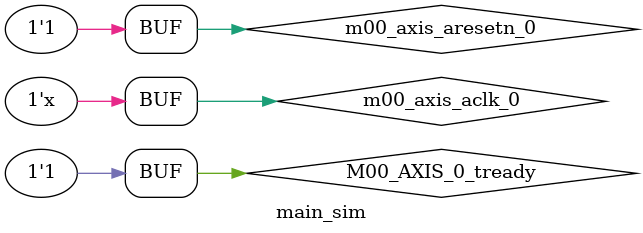
<source format=v>
`timescale 1ns / 1ps



module main_sim();

  wire [31:0]M00_AXIS_0_tdata;
  wire M00_AXIS_0_tlast;
  reg M00_AXIS_0_tready;
  wire [3:0]M00_AXIS_0_tstrb;
  wire M00_AXIS_0_tvalid;
 
  wire [10:0]addr_0;
 
  reg m00_axis_aclk_0;
  reg m00_axis_aresetn_0;


  initial begin
 
    m00_axis_aclk_0 = 1'b0;
    m00_axis_aresetn_0 = 1'b0;
    
    M00_AXIS_0_tready = 1'b0;
    
    #30
    M00_AXIS_0_tready = 1'b1;
    m00_axis_aresetn_0 = 1'b1;
      
    end
    
    
    always #10 m00_axis_aclk_0 = ~m00_axis_aclk_0;
  main main_i
       (.M00_AXIS_0_tdata(M00_AXIS_0_tdata),
        .M00_AXIS_0_tlast(M00_AXIS_0_tlast),
        .M00_AXIS_0_tready(M00_AXIS_0_tready),
        .M00_AXIS_0_tstrb(M00_AXIS_0_tstrb),
        .M00_AXIS_0_tvalid(M00_AXIS_0_tvalid),
        .M_AXIS_DATA_0_tdata(),
        .M_AXIS_DATA_0_tlast(),
        .M_AXIS_DATA_0_tready(),
        .M_AXIS_DATA_0_tvalid(),
        .addr_0(addr_0),
        .event_s_reload_tlast_missing_0(),
        .event_s_reload_tlast_unexpected_0(),
        .m00_axis_aclk_0(m00_axis_aclk_0),
        .m00_axis_aresetn_0(m00_axis_aresetn_0));
  
endmodule

</source>
